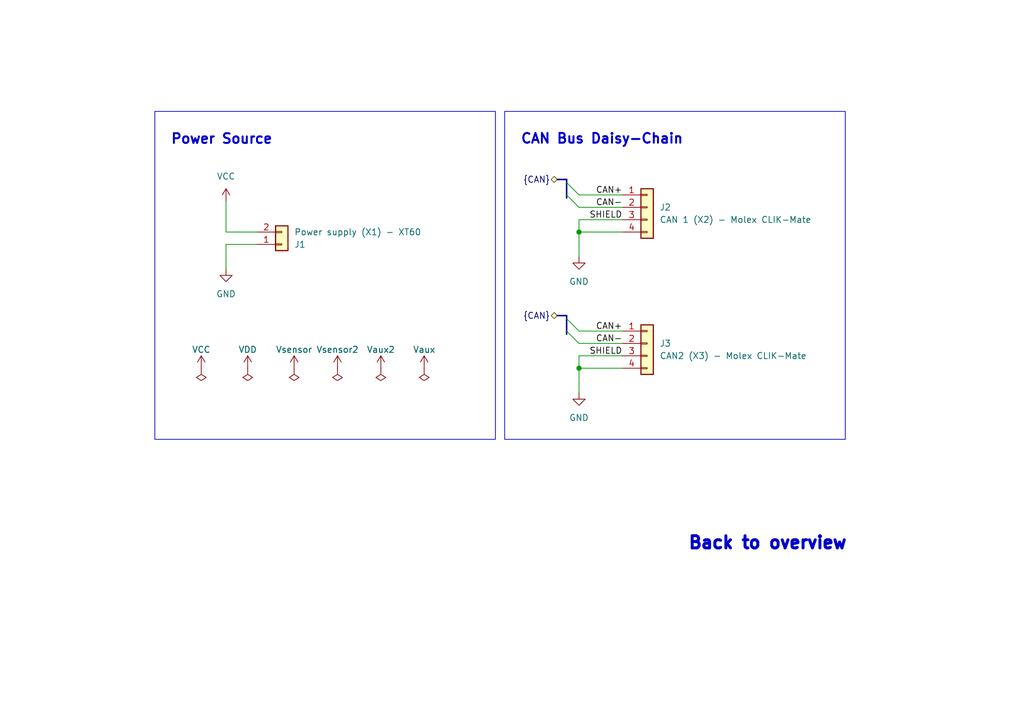
<source format=kicad_sch>
(kicad_sch (version 20230121) (generator eeschema)
  (paper "A5")
  (title_block (title "Power and CAN connectors") (date "2023-11-07") (rev "1") (company "EPFL Xplore") (comment 2 "Author : Federico Bise"))
  (lib_symbols
    (symbol "0_power_symbols:Vaux" (power) (pin_names (offset 0))
      (property "Value" "Vaux" (at 0 3.556 0))
      (symbol "Vaux_0_1"
        (polyline (pts (xy -0.762 1.27) (xy 0 2.54)))
        (polyline (pts (xy 0 0) (xy 0 2.54)))
        (polyline (pts (xy 0 2.54) (xy 0.762 1.27)))
      )
      (symbol "Vaux_1_1"
        (pin power_in line (at 0 0 90) (length 0) hide (name "Vaux") (number "1"))
      )
    )
    (symbol "0_power_symbols:Vaux2" (power) (pin_names (offset 0))
      (property "Value" "Vaux2" (at 0 3.556 0))
      (symbol "Vaux2_0_1"
        (polyline (pts (xy -0.762 1.27) (xy 0 2.54)))
        (polyline (pts (xy 0 0) (xy 0 2.54)))
        (polyline (pts (xy 0 2.54) (xy 0.762 1.27)))
      )
      (symbol "Vaux2_1_1"
        (pin power_in line (at 0 0 90) (length 0) hide (name "Vaux2") (number "1"))
      )
    )
    (symbol "0_power_symbols:Vsensor" (power) (pin_names (offset 0))
      (property "Value" "Vsensor" (at 0 3.556 0))
      (symbol "Vsensor_0_1"
        (polyline (pts (xy -0.762 1.27) (xy 0 2.54)))
        (polyline (pts (xy 0 0) (xy 0 2.54)))
        (polyline (pts (xy 0 2.54) (xy 0.762 1.27)))
      )
      (symbol "Vsensor_1_1"
        (pin power_in line (at 0 0 90) (length 0) hide (name "Vsensor") (number "1"))
      )
    )
    (symbol "0_power_symbols:Vsensor2" (power) (pin_names (offset 0))
      (property "Value" "Vsensor2" (at 0 3.556 0))
      (symbol "Vsensor2_0_1"
        (polyline (pts (xy -0.762 1.27) (xy 0 2.54)))
        (polyline (pts (xy 0 0) (xy 0 2.54)))
        (polyline (pts (xy 0 2.54) (xy 0.762 1.27)))
      )
      (symbol "Vsensor2_1_1"
        (pin power_in line (at 0 0 90) (length 0) hide (name "Vsensor2") (number "1"))
      )
    )
    (symbol "Connector_Generic:Conn_01x02" (pin_names (offset 1.016) hide)
      (property "Reference" "J" (at 0 2.54 0))
      (property "Value" "Conn_01x02" (at 0 -5.08 0))
      (symbol "Conn_01x02_1_1"
        (rectangle (start -1.27 -2.413) (end 0 -2.667) (stroke (width 0.1524)))
        (rectangle (start -1.27 0.127) (end 0 -0.127) (stroke (width 0.1524)))
        (rectangle (start -1.27 1.27) (end 1.27 -3.81) (stroke (width 0.254)) (fill (type background)))
        (pin passive line (at -5.08 0 0) (length 3.81) (name "Pin_1") (number "1"))
        (pin passive line (at -5.08 -2.54 0) (length 3.81) (name "Pin_2") (number "2"))
      )
    )
    (symbol "Connector_Generic:Conn_01x04" (pin_names (offset 1.016) hide)
      (property "Reference" "J" (at 0 5.08 0))
      (property "Value" "Conn_01x04" (at 0 -7.62 0))
      (symbol "Conn_01x04_1_1"
        (rectangle (start -1.27 -4.953) (end 0 -5.207) (stroke (width 0.1524)))
        (rectangle (start -1.27 -2.413) (end 0 -2.667) (stroke (width 0.1524)))
        (rectangle (start -1.27 0.127) (end 0 -0.127) (stroke (width 0.1524)))
        (rectangle (start -1.27 2.667) (end 0 2.413) (stroke (width 0.1524)))
        (rectangle (start -1.27 3.81) (end 1.27 -6.35) (stroke (width 0.254)) (fill (type background)))
        (pin passive line (at -5.08 2.54 0) (length 3.81) (name "Pin_1") (number "1"))
        (pin passive line (at -5.08 0 0) (length 3.81) (name "Pin_2") (number "2"))
        (pin passive line (at -5.08 -2.54 0) (length 3.81) (name "Pin_3") (number "3"))
        (pin passive line (at -5.08 -5.08 0) (length 3.81) (name "Pin_4") (number "4"))
      )
    )
    (symbol "power:GND" (power) (pin_names (offset 0))
      (property "Value" "GND" (at 0 -3.81 0))
      (symbol "GND_0_1"
        (polyline (pts (xy 0 0) (xy 0 -1.27) (xy 1.27 -1.27) (xy 0 -2.54) (xy -1.27 -1.27) (xy 0 -1.27)))
      )
      (symbol "GND_1_1"
        (pin power_in line (at 0 0 270) (length 0) hide (name "GND") (number "1"))
      )
    )
    (symbol "power:PWR_FLAG" (power) (pin_numbers hide) (pin_names (offset 0) hide)
      (property "Value" "PWR_FLAG" (at 0 3.81 0))
      (symbol "PWR_FLAG_0_0"
        (pin power_out line (at 0 0 90) (length 0) (name "pwr") (number "1"))
      )
      (symbol "PWR_FLAG_0_1"
        (polyline (pts (xy 0 0) (xy 0 1.27) (xy -1.016 1.905) (xy 0 2.54) (xy 1.016 1.905) (xy 0 1.27)))
      )
    )
    (symbol "power:VCC" (power) (pin_names (offset 0))
      (property "Value" "VCC" (at 0 3.81 0))
      (symbol "VCC_0_1"
        (polyline (pts (xy -0.762 1.27) (xy 0 2.54)))
        (polyline (pts (xy 0 0) (xy 0 2.54)))
        (polyline (pts (xy 0 2.54) (xy 0.762 1.27)))
      )
      (symbol "VCC_1_1"
        (pin power_in line (at 0 0 90) (length 0) hide (name "VCC") (number "1"))
      )
    )
    (symbol "power:VDD" (power) (pin_names (offset 0))
      (property "Value" "VDD" (at 0 3.81 0))
      (symbol "VDD_0_1"
        (polyline (pts (xy -0.762 1.27) (xy 0 2.54)))
        (polyline (pts (xy 0 0) (xy 0 2.54)))
        (polyline (pts (xy 0 2.54) (xy 0.762 1.27)))
      )
      (symbol "VDD_1_1"
        (pin power_in line (at 0 0 90) (length 0) hide (name "VDD") (number "1"))
      )
    )
  )
  (junction (at 118.745 75.565))
  (junction (at 118.745 47.625))
  (bus_entry (at 116.205 40.005) (size 2.54 2.54))
  (bus_entry (at 116.205 37.465) (size 2.54 2.54))
  (bus_entry (at 116.205 65.405) (size 2.54 2.54))
  (bus_entry (at 116.205 67.945) (size 2.54 2.54))
  (wire (pts (xy 118.745 47.625) (xy 127.635 47.625)))
  (wire (pts (xy 127.635 73.025) (xy 118.745 73.025)))
  (wire (pts (xy 46.355 55.245) (xy 46.355 50.165)))
  (wire (pts (xy 118.745 42.545) (xy 127.635 42.545)))
  (bus (pts (xy 116.205 37.465) (xy 116.205 36.83)))
  (bus (pts (xy 116.205 68.58) (xy 116.205 67.945)))
  (bus (pts (xy 116.205 40.64) (xy 116.205 40.005)))
  (wire (pts (xy 118.745 52.705) (xy 118.745 47.625)))
  (bus (pts (xy 116.205 65.405) (xy 116.205 64.77)))
  (wire (pts (xy 46.355 50.165) (xy 52.705 50.165)))
  (bus (pts (xy 116.205 40.005) (xy 116.205 37.465)))
  (wire (pts (xy 118.745 80.645) (xy 118.745 75.565)))
  (wire (pts (xy 118.745 70.485) (xy 127.635 70.485)))
  (wire (pts (xy 118.745 75.565) (xy 127.635 75.565)))
  (wire (pts (xy 46.355 41.275) (xy 46.355 47.625)))
  (wire (pts (xy 46.355 47.625) (xy 52.705 47.625)))
  (bus (pts (xy 116.205 67.945) (xy 116.205 65.405)))
  (wire (pts (xy 127.635 45.085) (xy 118.745 45.085)))
  (wire (pts (xy 118.745 45.085) (xy 118.745 47.625)))
  (wire (pts (xy 118.745 40.005) (xy 127.635 40.005)))
  (wire (pts (xy 118.745 67.945) (xy 127.635 67.945)))
  (bus (pts (xy 114.3 36.83) (xy 116.205 36.83)))
  (wire (pts (xy 118.745 73.025) (xy 118.745 75.565)))
  (bus (pts (xy 114.3 64.77) (xy 116.205 64.77)))
  (rectangle (start 103.505 22.86) (end 173.355 90.17))
  (rectangle (start 31.75 22.86) (end 101.6 90.17))
  (text "Back to overview" (at 140.97 113.03 0) (effects (font (size 2.5 2.5) (thickness 0.6) bold) (justify left bottom)))
  (text "Power Source\n" (at 34.925 29.845 0) (effects (font (size 2 2) (thickness 0.4) bold) (justify left bottom)))
  (text "CAN Bus Daisy-Chain\n\n" (at 106.68 33.02 0) (effects (font (size 2 2) (thickness 0.4) bold) (justify left bottom)))
  (label "SHIELD" (at 127.635 45.085 180))
  (label "CAN+" (at 127.635 40.005 180))
  (label "CAN-" (at 127.635 70.485 180))
  (label "SHIELD" (at 127.635 73.025 180))
  (label "CAN-" (at 127.635 42.545 180))
  (label "CAN+" (at 127.635 67.945 180))
  (hierarchical_label "{CAN}" (shape bidirectional) (at 114.3 64.77 180))
  (hierarchical_label "{CAN}" (shape bidirectional) (at 114.3 36.83 180))
  (symbol (lib_id "power:GND") (at 118.745 52.705 0) (unit 1)
    (property "Reference" "#PWR03" (effects hide))
    (property "Value" "GND" (at 118.745 57.785 0))
    (instances (project "nav_lower_controller" (path "" (reference "#PWR03") (unit 1))) (project "nav_controller_interface_v2" (path "" (reference "#PWR0405") (unit 1))))
  )
  (symbol (lib_id "Connector_Generic:Conn_01x04") (at 132.715 42.545 0) (unit 1)
    (property "Reference" "J2" (at 135.255 42.545 0) (effects (justify left)))
    (property "Value" "CAN 1 (X2) - Molex CLIK-Mate" (at 135.255 45.085 0) (effects (justify left)))
    (property "Footprint" "0_connectors:MOLEX_5025840460" (effects hide))
    (property "Datasheet" "https://www.molex.com/webdocs/datasheets/pdf/en-us/5025840460_PCB_RECEPTACLES.pdf" (effects hide))
    (property "Distributor" "Mouser" (effects hide))
    (property "Distributor ref" "538-502584-0460" (effects hide))
    (property "Manufacturer ref" "502584-0460" (effects hide))
    (instances (project "nav_lower_controller" (path "" (reference "J2") (unit 1))) (project "nav_controller_interface_v2" (path "" (reference "J403") (unit 1))))
  )
  (symbol (lib_id "power:PWR_FLAG") (at 69.215 75.565 180) (unit 1)
    (property "Reference" "#FLG04" (effects hide))
    (property "Value" "PWR_FLAG" (effects hide))
    (instances (project "nav_lower_controller" (path "" (reference "#FLG04") (unit 1))) (project "nav_controller_interface_v2" (path "" (reference "#FLG0204") (unit 1)) (path "" (reference "#FLG0404") (unit 1))))
  )
  (symbol (lib_id "power:PWR_FLAG") (at 86.995 75.565 180) (unit 1)
    (property "Reference" "#FLG06" (effects hide))
    (property "Value" "PWR_FLAG" (effects hide))
    (instances (project "nav_lower_controller" (path "" (reference "#FLG06") (unit 1))) (project "nav_controller_interface_v2" (path "" (reference "#FLG0206") (unit 1)) (path "" (reference "#FLG0406") (unit 1))))
  )
  (symbol (lib_id "Connector_Generic:Conn_01x04") (at 132.715 70.485 0) (unit 1)
    (property "Reference" "J3" (at 135.255 70.485 0) (effects (justify left)))
    (property "Value" "CAN2 (X3) - Molex CLIK-Mate" (at 135.255 73.025 0) (effects (justify left)))
    (property "Footprint" "0_connectors:MOLEX_5025840460" (effects hide))
    (property "Datasheet" "https://www.molex.com/webdocs/datasheets/pdf/en-us/5025840460_PCB_RECEPTACLES.pdf" (effects hide))
    (property "Distributor" "Mouser" (effects hide))
    (property "Distributor ref" "538-502584-0460" (effects hide))
    (property "Manufacturer ref" "502584-0460" (effects hide))
    (instances (project "nav_lower_controller" (path "" (reference "J3") (unit 1))) (project "nav_controller_interface_v2" (path "" (reference "J404") (unit 1))))
  )
  (symbol (lib_id "Connector_Generic:Conn_01x02") (at 57.785 50.165 0) (mirror x) (unit 1)
    (property "Reference" "J1" (at 60.325 50.1651 0) (effects (justify left)))
    (property "Value" "Power supply (X1) - XT60" (at 60.325 47.6251 0) (effects (justify left)))
    (property "Footprint" "0_connectors:XT60PWM" (effects hide))
    (property "Datasheet" "https://www.tme.eu/Document/b13629717d44ae038681dba08d18c0b6/XT60PW-M.pdf" (effects hide))
    (property "Distributor" "TME" (effects hide))
    (property "Distributor ref" "XT60UPB-M" (effects hide))
    (property "Manufacturer ref" "XT60UPB-M" (effects hide))
    (instances (project "nav_lower_controller" (path "" (reference "J1") (unit 1))) (project "nav_controller_interface_v2" (path "" (reference "J401") (unit 1))))
  )
  (symbol (lib_id "power:GND") (at 46.355 55.245 0) (unit 1)
    (property "Reference" "#PWR02" (effects hide))
    (property "Value" "GND" (at 46.355 60.325 0))
    (instances (project "nav_lower_controller" (path "" (reference "#PWR02") (unit 1))) (project "nav_controller_interface_v2" (path "" (reference "#PWR0402") (unit 1))))
  )
  (symbol (lib_id "power:GND") (at 118.745 80.645 0) (unit 1)
    (property "Reference" "#PWR04" (effects hide))
    (property "Value" "GND" (at 118.745 85.725 0))
    (instances (project "nav_lower_controller" (path "" (reference "#PWR04") (unit 1))) (project "nav_controller_interface_v2" (path "" (reference "#PWR0406") (unit 1))))
  )
  (symbol (lib_id "power:PWR_FLAG") (at 78.105 75.565 180) (unit 1)
    (property "Reference" "#FLG05" (effects hide))
    (property "Value" "PWR_FLAG" (effects hide))
    (instances (project "nav_lower_controller" (path "" (reference "#FLG05") (unit 1))) (project "nav_controller_interface_v2" (path "" (reference "#FLG0205") (unit 1)) (path "" (reference "#FLG0405") (unit 1))))
  )
  (symbol (lib_id "0_power_symbols:Vsensor2") (at 69.215 75.565 0) (unit 1)
    (property "Reference" "#PWR030" (effects hide))
    (property "Value" "Vsensor2" (at 69.215 71.755 0))
    (instances (project "nav_lower_controller" (path "" (reference "#PWR030") (unit 1))) (project "nav_controller_interface_v2" (path "" (reference "#PWR0315") (unit 1)) (path "" (reference "#PWR0225") (unit 1)) (path "" (reference "#PWR0410") (unit 1))))
  )
  (symbol (lib_id "0_power_symbols:Vsensor") (at 60.325 75.565 0) (unit 1)
    (property "Reference" "#PWR029" (effects hide))
    (property "Value" "Vsensor" (at 60.325 71.755 0))
    (instances (project "nav_lower_controller" (path "" (reference "#PWR029") (unit 1))) (project "nav_controller_interface_v2" (path "" (reference "#PWR0224") (unit 1)) (path "" (reference "#PWR0409") (unit 1))))
  )
  (symbol (lib_id "power:VCC") (at 46.355 41.275 0) (unit 1)
    (property "Reference" "#PWR01" (effects hide))
    (property "Value" "VCC" (at 46.355 36.195 0))
    (instances (project "nav_lower_controller" (path "" (reference "#PWR01") (unit 1))) (project "nav_controller_interface_v2" (path "" (reference "#PWR0401") (unit 1))))
  )
  (symbol (lib_id "power:PWR_FLAG") (at 50.8 75.565 180) (unit 1)
    (property "Reference" "#FLG02" (effects hide))
    (property "Value" "PWR_FLAG" (effects hide))
    (instances (project "nav_lower_controller" (path "" (reference "#FLG02") (unit 1))) (project "nav_controller_interface_v2" (path "" (reference "#FLG0202") (unit 1)) (path "" (reference "#FLG0402") (unit 1))))
  )
  (symbol (lib_id "power:VDD") (at 50.8 75.565 0) (unit 1)
    (property "Reference" "#PWR028" (effects hide))
    (property "Value" "VDD" (at 50.8 71.755 0))
    (instances (project "nav_lower_controller" (path "" (reference "#PWR028") (unit 1))) (project "nav_controller_interface_v2" (path "" (reference "#PWR0218") (unit 1)) (path "" (reference "#PWR0408") (unit 1))))
  )
  (symbol (lib_id "0_power_symbols:Vaux") (at 86.995 75.565 0) (unit 1)
    (property "Reference" "#PWR032" (effects hide))
    (property "Value" "Vaux" (at 86.995 71.755 0))
    (instances (project "nav_lower_controller" (path "" (reference "#PWR032") (unit 1))) (project "nav_controller_interface_v2" (path "" (reference "#PWR0606") (unit 1)) (path "" (reference "#PWR0227") (unit 1)) (path "" (reference "#PWR0412") (unit 1))))
  )
  (symbol (lib_id "power:PWR_FLAG") (at 60.325 75.565 180) (unit 1)
    (property "Reference" "#FLG03" (effects hide))
    (property "Value" "PWR_FLAG" (effects hide))
    (instances (project "nav_lower_controller" (path "" (reference "#FLG03") (unit 1))) (project "nav_controller_interface_v2" (path "" (reference "#FLG0203") (unit 1)) (path "" (reference "#FLG0403") (unit 1))))
  )
  (symbol (lib_id "power:VCC") (at 41.275 75.565 0) (unit 1)
    (property "Reference" "#PWR027" (effects hide))
    (property "Value" "VCC" (at 41.275 71.755 0))
    (instances (project "nav_lower_controller" (path "" (reference "#PWR027") (unit 1))) (project "nav_controller_interface_v2" (path "" (reference "#PWR0216") (unit 1)) (path "" (reference "#PWR0407") (unit 1))))
  )
  (symbol (lib_id "0_power_symbols:Vaux2") (at 78.105 75.565 0) (unit 1)
    (property "Reference" "#PWR031" (effects hide))
    (property "Value" "Vaux2" (at 78.105 71.755 0))
    (instances (project "nav_lower_controller" (path "" (reference "#PWR031") (unit 1))) (project "nav_controller_interface_v2" (path "" (reference "#PWR0301") (unit 1)) (path "" (reference "#PWR0226") (unit 1)) (path "" (reference "#PWR0411") (unit 1))))
  )
  (symbol (lib_id "power:PWR_FLAG") (at 41.275 75.565 180) (unit 1)
    (property "Reference" "#FLG01" (effects hide))
    (property "Value" "PWR_FLAG" (effects hide))
    (instances (project "nav_lower_controller" (path "" (reference "#FLG01") (unit 1))) (project "nav_controller_interface_v2" (path "" (reference "#FLG0201") (unit 1)) (path "" (reference "#FLG0401") (unit 1))))
  )
)
</source>
